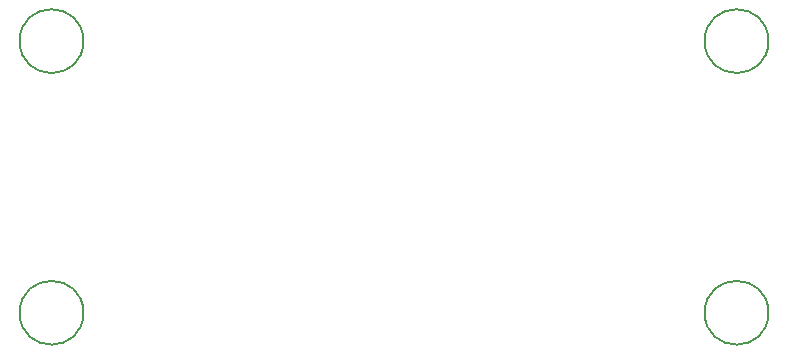
<source format=gbr>
%TF.GenerationSoftware,KiCad,Pcbnew,(7.0.0-0)*%
%TF.CreationDate,2024-04-04T12:15:59-05:00*%
%TF.ProjectId,rascsi_zero,72617363-7369-45f7-9a65-726f2e6b6963,rev?*%
%TF.SameCoordinates,PX59d60c0PY325aa00*%
%TF.FileFunction,Other,Comment*%
%FSLAX46Y46*%
G04 Gerber Fmt 4.6, Leading zero omitted, Abs format (unit mm)*
G04 Created by KiCad (PCBNEW (7.0.0-0)) date 2024-04-04 12:15:59*
%MOMM*%
%LPD*%
G01*
G04 APERTURE LIST*
%ADD10C,0.150000*%
G04 APERTURE END LIST*
D10*
%TO.C,H1*%
X86500000Y6800000D02*
G75*
G03*
X86500000Y6800000I-2700000J0D01*
G01*
%TO.C,H3*%
X86500000Y-16200000D02*
G75*
G03*
X86500000Y-16200000I-2700000J0D01*
G01*
%TO.C,H4*%
X144500000Y-16200000D02*
G75*
G03*
X144500000Y-16200000I-2700000J0D01*
G01*
%TO.C,H2*%
X144500000Y6800000D02*
G75*
G03*
X144500000Y6800000I-2700000J0D01*
G01*
%TD*%
M02*

</source>
